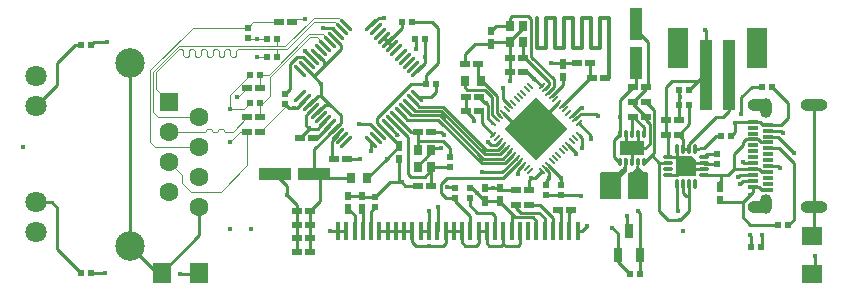
<source format=gtl>
G04 Layer: TopLayer*
G04 EasyEDA v6.5.50, 2025-05-10 16:21:22*
G04 3dcb6b1ac4734954bc49148360d8dee8,b9277fd2045942759ab1a28cc0c323af,10*
G04 Gerber Generator version 0.2*
G04 Scale: 100 percent, Rotated: No, Reflected: No *
G04 Dimensions in inches *
G04 leading zeros omitted , absolute positions ,3 integer and 6 decimal *
%FSLAX36Y36*%
%MOIN*%

%AMMACRO1*21,1,$1,$2,0,0,$3*%
%AMMACRO2*4,1,5,0.0335,-0.0335,-0.0335,-0.0335,-0.0335,0.0335,0.0167,0.0335,0.0335,0.0167,0.0335,-0.0335,0*%
%AMMACRO3*1,1,$1,$2,$3*1,1,$1,$4,$5*20,1,$1,$2,$3,$4,$5,0*%
%ADD10C,0.0100*%
%ADD11C,0.0138*%
%ADD12C,0.0098*%
%ADD13C,0.0049*%
%ADD14MACRO1,0.0213X0.0223X0.0000*%
%ADD15R,0.0213X0.0223*%
%ADD16MACRO1,0.0213X0.0223X-90.0000*%
%ADD17MACRO1,0.0213X0.0311X90.0000*%
%ADD18MACRO1,0.0213X0.0223X90.0000*%
%ADD19O,0.011024X0.033464999999999995*%
%ADD20O,0.033464999999999995X0.011024*%
%ADD21MACRO2*%
%ADD22MACRO1,0.085X0.0644X-90.0000*%
%ADD23R,0.0433X0.1102*%
%ADD24R,0.1102X0.0433*%
%ADD25R,0.0315X0.0340*%
%ADD26R,0.0374X0.0118*%
%ADD27MACRO1,0.0213X0.0311X-90.0000*%
%ADD28R,0.0787X0.0472*%
%ADD29O,0.011024X0.031495999999999996*%
%ADD30R,0.0138X0.0630*%
%ADD31R,0.0276X0.0492*%
%ADD32MACRO1,0.0213X0.0311X0.0000*%
%ADD33R,0.0213X0.0311*%
%ADD34R,0.0315X0.0354*%
%ADD35MACRO1,0.068X0.0585X90.0000*%
%ADD36MACRO1,0.068X0.0585X0.0000*%
%ADD37R,0.0680X0.0585*%
%ADD38R,0.0394X0.2362*%
%ADD39R,0.0709X0.1339*%
%ADD40MACRO3,0.0106X-0.0171X0.0171X0.0171X-0.0171*%
%ADD41MACRO3,0.0106X-0.0171X-0.0171X0.0171X0.0171*%
%ADD42MACRO1,0.0079X0.0262X-45.0000*%
%ADD43MACRO1,0.0262X0.0079X-45.0000*%
%ADD44MACRO1,0.0262X0.0079X-45.0015*%
%ADD45MACRO1,0.0262X0.0079X-44.9985*%
%ADD46MACRO1,0.0079X0.0262X-45.0051*%
%ADD47MACRO1,0.0079X0.0262X-44.9949*%
%ADD48MACRO1,0.1496X0.1496X-45.0000*%
%ADD49R,0.0630X0.0630*%
%ADD50C,0.0630*%
%ADD51C,0.0709*%
%ADD52C,0.0984*%
%ADD53O,0.09055099999999999X0.039369999999999995*%
%ADD54O,0.076772X0.039369999999999995*%
%ADD55O,0.039369999999999995X0.066929*%
%ADD56C,0.0240*%
%ADD57C,0.0177*%
%ADD58C,0.0114*%

%LPD*%
G36*
X2449000Y2325000D02*
G01*
X2447460Y2325300D01*
X2446180Y2326180D01*
X2445300Y2327460D01*
X2445000Y2329000D01*
X2445000Y2411000D01*
X2445300Y2412540D01*
X2446180Y2413820D01*
X2447460Y2414700D01*
X2449000Y2415000D01*
X2454600Y2415000D01*
X2455280Y2415280D01*
X2469720Y2429720D01*
X2470000Y2430400D01*
X2470000Y2432620D01*
X2470400Y2434500D01*
X2470720Y2437840D01*
X2471220Y2439420D01*
X2472340Y2440680D01*
X2473860Y2441360D01*
X2475540Y2441360D01*
X2477060Y2440680D01*
X2478180Y2439420D01*
X2478680Y2437840D01*
X2479000Y2434500D01*
X2479960Y2431200D01*
X2480280Y2429720D01*
X2482380Y2427600D01*
X2483300Y2426460D01*
X2484720Y2425280D01*
X2494720Y2415280D01*
X2495400Y2415000D01*
X2504160Y2415000D01*
X2505680Y2414700D01*
X2506980Y2413820D01*
X2508820Y2411980D01*
X2509700Y2410680D01*
X2510000Y2409160D01*
X2510000Y2329000D01*
X2509700Y2327460D01*
X2508820Y2326180D01*
X2507540Y2325300D01*
X2506000Y2325000D01*
G37*

%LPD*%
G36*
X2354000Y2325000D02*
G01*
X2352460Y2325300D01*
X2351180Y2326180D01*
X2350300Y2327460D01*
X2350000Y2329000D01*
X2350000Y2411000D01*
X2350300Y2412540D01*
X2351180Y2413820D01*
X2352460Y2414700D01*
X2354000Y2415000D01*
X2409600Y2415000D01*
X2410280Y2415280D01*
X2420580Y2425580D01*
X2422000Y2426500D01*
X2424160Y2428060D01*
X2425940Y2430060D01*
X2426880Y2431700D01*
X2427520Y2432520D01*
X2429720Y2434720D01*
X2430000Y2435400D01*
X2430000Y2460080D01*
X2430300Y2461620D01*
X2431180Y2462920D01*
X2432460Y2463780D01*
X2434000Y2464080D01*
X2436000Y2464080D01*
X2437540Y2463780D01*
X2438820Y2462920D01*
X2439700Y2461620D01*
X2440000Y2460080D01*
X2440000Y2421660D01*
X2439700Y2420120D01*
X2438820Y2418820D01*
X2420280Y2400280D01*
X2420000Y2399600D01*
X2420000Y2329000D01*
X2419700Y2327460D01*
X2418820Y2326180D01*
X2417540Y2325300D01*
X2416000Y2325000D01*
G37*

%LPD*%
D10*
X2277201Y2579699D02*
G01*
X2320000Y2536902D01*
X2320000Y2525000D01*
D11*
X2140000Y2930000D02*
G01*
X2140000Y2830000D01*
X2170000Y2830000D01*
X2170000Y2930000D01*
X2200000Y2930000D01*
X2200000Y2830000D01*
X2230000Y2830000D01*
X2230000Y2930000D01*
X2260000Y2930000D01*
X2260000Y2830000D01*
X2290000Y2830000D01*
X2290000Y2930000D01*
X2320000Y2930000D01*
X2320000Y2830000D01*
X2350000Y2830000D01*
X2350000Y2930000D01*
X2380000Y2930000D01*
X2380000Y2730000D01*
X2366499Y2730000D01*
D10*
X1940000Y2345000D02*
G01*
X1965000Y2320000D01*
X1965000Y2318499D01*
X1915000Y2361999D02*
G01*
X1923000Y2361999D01*
X1940000Y2345000D01*
X2445000Y2219369D02*
G01*
X2440000Y2224369D01*
X2440000Y2270000D01*
D12*
X2243779Y2506900D02*
G01*
X2270000Y2480680D01*
X2270000Y2475000D01*
X2909312Y2533969D02*
G01*
X2941030Y2533969D01*
X2995000Y2480000D01*
D10*
X1698100Y2626500D02*
G01*
X1719600Y2605000D01*
X1815000Y2605000D01*
X1960000Y2460000D01*
X2023900Y2460000D01*
X2048500Y2484600D01*
X1726000Y2654299D02*
G01*
X1746700Y2633600D01*
X1826400Y2633600D01*
X1970000Y2490000D01*
X2010000Y2490000D01*
X2026199Y2506900D01*
X1786700Y2432399D02*
G01*
X1786700Y2421700D01*
X1765000Y2400000D01*
X1720000Y2400000D01*
X1710000Y2410000D01*
X1710000Y2531100D01*
X1656400Y2584699D01*
X1768000Y2710000D02*
G01*
X1720000Y2710000D01*
X1605000Y2595000D01*
X1605000Y2580399D01*
X1628500Y2556900D01*
X1600000Y2332040D02*
G01*
X1649979Y2382020D01*
X1687969Y2382020D01*
D12*
X652040Y2080000D02*
G01*
X700000Y2080000D01*
X652040Y2840000D02*
G01*
X662040Y2850000D01*
X705000Y2850000D01*
D13*
X1205000Y2800000D02*
G01*
X1237960Y2800000D01*
X1216459Y2550000D02*
G01*
X1300000Y2633539D01*
X1300000Y2642959D01*
X1115000Y2515000D02*
G01*
X1150000Y2550000D01*
X1173540Y2550000D01*
X1182960Y2645000D02*
G01*
X1162960Y2625000D01*
X1115000Y2625000D01*
X1182960Y2740000D02*
G01*
X1115000Y2672040D01*
X1115000Y2625000D01*
X911499Y2550200D02*
G01*
X1032299Y2550100D01*
X1035600Y2553400D01*
X1035600Y2556700D01*
X1038900Y2559899D01*
X1051999Y2559899D01*
X1055299Y2556599D01*
X1055299Y2553299D01*
X1058599Y2550100D01*
X1071700Y2550000D01*
X1075000Y2553299D01*
X1075000Y2556599D01*
X1078299Y2559899D01*
X1091400Y2559899D01*
X1094600Y2556599D01*
X1094600Y2553299D01*
X1097899Y2550000D01*
X1125000Y2550000D01*
X1173500Y2598499D01*
X1173500Y2600000D01*
X1433639Y2835270D02*
G01*
X1403909Y2865000D01*
X1382070Y2865000D01*
X1250000Y2732930D01*
X1250000Y2670000D01*
X1225000Y2645000D01*
X1217039Y2645000D01*
X1217039Y2740000D02*
G01*
X1245000Y2740000D01*
X1380000Y2875000D01*
X1425000Y2875000D01*
X1447569Y2852429D01*
X1447569Y2849189D01*
X1173540Y2695000D02*
G01*
X1143540Y2665000D01*
X1140000Y2665000D01*
X1216499Y2695000D02*
G01*
X1216999Y2740000D01*
X1216499Y2600000D02*
G01*
X1216999Y2645000D01*
X911454Y2450200D02*
G01*
X955000Y2406655D01*
X955000Y2380000D01*
X985000Y2350000D01*
X1085000Y2350000D01*
X1173540Y2438539D01*
X1173540Y2550000D01*
X1011499Y2500200D02*
G01*
X864799Y2500200D01*
X850000Y2515000D01*
X850000Y2755000D01*
X991999Y2896999D01*
X1175000Y2896999D01*
X1175000Y2897040D02*
G01*
X1192960Y2915000D01*
X1278540Y2915000D01*
X1205000Y2860000D02*
G01*
X1237960Y2860000D01*
X1175000Y2862959D02*
G01*
X1177960Y2860000D01*
X1205000Y2860000D01*
X1321459Y2915000D02*
G01*
X1331459Y2925000D01*
X1365000Y2925000D01*
X1271999Y2800000D02*
G01*
X1272100Y2825000D01*
X1271999Y2860000D02*
G01*
X1272100Y2835000D01*
X911499Y2650200D02*
G01*
X870000Y2691700D01*
X870000Y2747899D01*
X947100Y2825000D01*
X954200Y2825000D01*
X959099Y2820100D01*
X959099Y2804299D01*
X964099Y2799400D01*
X973900Y2799400D01*
X978800Y2804299D01*
X978800Y2820100D01*
X983800Y2825000D01*
X993599Y2825000D01*
X998500Y2820100D01*
X998500Y2804299D01*
X1003400Y2799400D01*
X1013299Y2799400D01*
X1018199Y2804299D01*
X1018199Y2820100D01*
X1023100Y2825000D01*
X1033000Y2825000D01*
X1037899Y2820100D01*
X1037899Y2804299D01*
X1042799Y2799400D01*
X1052700Y2799400D01*
X1057600Y2804299D01*
X1057600Y2820100D01*
X1062500Y2825000D01*
X1072299Y2825000D01*
X1077299Y2820100D01*
X1077299Y2804299D01*
X1082200Y2799400D01*
X1091999Y2799400D01*
X1096899Y2804299D01*
X1096899Y2820100D01*
X1101899Y2825000D01*
X1111700Y2825000D01*
X1116599Y2820100D01*
X1116599Y2804299D01*
X1121499Y2799400D01*
X1131400Y2799400D01*
X1136300Y2804299D01*
X1136300Y2820100D01*
X1141199Y2825000D01*
X1305000Y2825000D01*
X1395000Y2915000D01*
X1465000Y2915000D01*
X1489300Y2890900D01*
X1011499Y2600200D02*
G01*
X875000Y2600000D01*
X860000Y2615000D01*
X860000Y2750000D01*
X945000Y2835000D01*
X1300000Y2835000D01*
X1395000Y2930000D01*
X1480000Y2930000D01*
X1503199Y2906799D01*
X1503199Y2904899D01*
D10*
X1300000Y2643000D02*
G01*
X1313000Y2630000D01*
X1327277Y2630000D01*
X1586801Y2515100D02*
G01*
X1585000Y2515100D01*
X1585000Y2485000D01*
X887299Y2080000D02*
G01*
X1011454Y2204155D01*
X1011454Y2300200D01*
X781535Y2170079D02*
G01*
X871615Y2080000D01*
X887299Y2080000D01*
X781535Y2779920D02*
G01*
X781535Y2170079D01*
X468544Y2635830D02*
G01*
X540000Y2707285D01*
X540000Y2780000D01*
X600000Y2840000D01*
X617959Y2840000D01*
X468544Y2314169D02*
G01*
X520830Y2314169D01*
X540000Y2295000D01*
X540000Y2157959D01*
X617959Y2080000D01*
X1684200Y2612600D02*
G01*
X1706800Y2590000D01*
X1810000Y2590000D01*
X1955000Y2445000D01*
X2031099Y2445000D01*
X2059600Y2473499D01*
X1711999Y2640399D02*
G01*
X1732399Y2620000D01*
X1820000Y2620000D01*
X1965000Y2475000D01*
X2015000Y2475000D01*
X2035799Y2495799D01*
X2037399Y2495799D01*
X1955000Y2415000D02*
G01*
X2023400Y2415000D01*
X2070799Y2462399D01*
X2176970Y2679920D02*
G01*
X2195000Y2697950D01*
X2195000Y2725000D01*
X2120000Y2800000D01*
X2120000Y2925000D01*
X2110000Y2935000D01*
X2055000Y2935000D01*
X2048350Y2928350D01*
X2048350Y2902559D01*
X1739870Y2751750D02*
G01*
X1767039Y2778919D01*
X1767039Y2797566D01*
X2048350Y2847440D02*
G01*
X2048350Y2853350D01*
X2091649Y2896649D01*
X2091649Y2902559D01*
X2208540Y2290000D02*
G01*
X2218999Y2279540D01*
X2218999Y2220000D01*
X2266059Y2590830D02*
G01*
X2285230Y2610000D01*
X2335000Y2610000D01*
X2343110Y2601889D01*
X1555000Y2336460D02*
G01*
X1559420Y2332040D01*
X1600000Y2332040D01*
X1510000Y2336460D02*
G01*
X1555000Y2336460D01*
X1600000Y2297959D02*
G01*
X1586000Y2283960D01*
X1586000Y2220000D01*
X1555000Y2293539D02*
G01*
X1558000Y2290540D01*
X1558000Y2220000D01*
X1510000Y2293539D02*
G01*
X1531000Y2272539D01*
X1531000Y2220000D01*
X1475000Y2220000D02*
G01*
X1450000Y2220000D01*
X1503000Y2220000D02*
G01*
X1475000Y2220000D01*
X1613000Y2220000D02*
G01*
X1723000Y2220000D01*
X1751000Y2220000D02*
G01*
X1778999Y2220000D01*
X2191999Y2220000D02*
G01*
X2191999Y2263000D01*
X2150000Y2305000D01*
X2111499Y2305000D01*
X2251459Y2290000D02*
G01*
X2251459Y2282458D01*
X2247002Y2278000D01*
X2247002Y2220000D01*
X1965000Y2318539D02*
G01*
X2015000Y2318539D01*
X2015000Y2361460D02*
G01*
X2021459Y2355000D01*
X2068540Y2355000D01*
X1990835Y2361460D02*
G01*
X2015000Y2361460D01*
X1965000Y2361460D02*
G01*
X1990835Y2361460D01*
X1915000Y2327959D02*
G01*
X1915000Y2305000D01*
X1940000Y2280000D01*
X1990000Y2280000D01*
X2000000Y2270000D01*
X1998999Y2269000D01*
X1998999Y2220000D01*
X1865000Y2327959D02*
G01*
X1865000Y2320000D01*
X1916000Y2269000D01*
X1916000Y2220000D01*
X2026220Y2613099D02*
G01*
X2079319Y2560000D01*
X2135000Y2560000D01*
X1743299Y2487600D02*
G01*
X1742399Y2550000D01*
X1742443Y2550000D02*
G01*
X1718909Y2550000D01*
X1670270Y2598640D01*
X1628500Y2863099D02*
G01*
X1642399Y2849200D01*
X1642399Y2849200D02*
G01*
X1656400Y2835300D01*
X2323540Y2730000D02*
G01*
X2316459Y2737080D01*
X2316459Y2780000D01*
X1946459Y2620000D02*
G01*
X1955000Y2611460D01*
X1955000Y2578105D01*
X1992808Y2540300D01*
X2188100Y2668778D02*
G01*
X2225000Y2705679D01*
X2225000Y2733539D01*
X1642430Y2849189D02*
G01*
X1687960Y2894720D01*
X1687960Y2915000D01*
X1381459Y2150000D02*
G01*
X1381459Y2195000D01*
X1381459Y2195000D01*
X1381459Y2195000D02*
G01*
X1381459Y2240000D01*
X1381459Y2240000D01*
X1381459Y2240000D02*
G01*
X1381459Y2285000D01*
X1381459Y2285000D01*
X1381459Y2285000D02*
G01*
X1413940Y2317480D01*
X1413940Y2400000D01*
X1413940Y2400000D02*
G01*
X1418940Y2395000D01*
X1517449Y2395000D01*
X1413900Y2400000D02*
G01*
X1405379Y2400000D01*
X1395379Y2410000D01*
X1395379Y2490779D01*
X1461499Y2556898D01*
X1463540Y2460000D02*
G01*
X1455000Y2468539D01*
X1455000Y2520000D01*
X1475410Y2540410D01*
X1475410Y2542970D01*
X1391459Y2530000D02*
G01*
X1406760Y2530000D01*
X1447569Y2570810D01*
X1405799Y2612600D02*
G01*
X1433199Y2640000D01*
X1450000Y2640000D01*
X1485000Y2605000D01*
X1485000Y2580000D01*
X1461499Y2556900D01*
X1377969Y2640410D02*
G01*
X1407560Y2670000D01*
X1420000Y2670000D01*
X1450000Y2640000D01*
X1420000Y2710000D02*
G01*
X1420000Y2670000D01*
X1364048Y2765680D02*
G01*
X1419728Y2710000D01*
X1420000Y2710000D01*
X1430000Y2770000D02*
G01*
X1485000Y2825000D01*
X1485000Y2840000D01*
X1461499Y2863099D01*
X1363999Y2765700D02*
G01*
X1395000Y2735000D01*
X1430000Y2770000D01*
X1430000Y2785000D01*
X1407600Y2807399D01*
X1405799Y2807399D01*
X1786700Y2432399D02*
G01*
X1850000Y2433000D01*
X2221508Y2635381D02*
G01*
X2316127Y2730000D01*
X2323540Y2730000D01*
X1338540Y2285000D02*
G01*
X1338540Y2240000D01*
X1338540Y2240000D01*
X1338540Y2240000D02*
G01*
X1338540Y2195000D01*
X1338540Y2195000D01*
X1338540Y2195000D02*
G01*
X1338540Y2150000D01*
X1338540Y2150000D01*
X1306059Y2337480D02*
G01*
X1306059Y2368560D01*
X1264620Y2410000D01*
X1338540Y2285000D02*
G01*
X1338540Y2305000D01*
X1306059Y2337480D01*
X1377969Y2779589D02*
G01*
X1357560Y2800000D01*
X1340000Y2800000D01*
X1315389Y2775390D01*
X1315389Y2692429D01*
X1300000Y2677040D01*
X2180000Y2395000D02*
G01*
X2180000Y2395000D01*
X2170000Y2385000D01*
X2170000Y2372040D01*
X2165829Y2428939D02*
G01*
X2180000Y2414769D01*
X2180000Y2395000D01*
X2220000Y2397049D02*
G01*
X2220000Y2397049D01*
X2220000Y2372040D01*
X2176970Y2440079D02*
G01*
X2220000Y2397049D01*
X1786499Y2370000D02*
G01*
X1786700Y2432399D01*
X1628521Y2556889D02*
G01*
X1680000Y2505410D01*
X1680000Y2501460D01*
X2091700Y2847399D02*
G01*
X2091499Y2795000D01*
X2130423Y2726477D02*
G01*
X2154700Y2702199D01*
X2091499Y2795000D02*
G01*
X2100000Y2795000D01*
X2180000Y2715000D01*
X2180000Y2705000D01*
X2165799Y2690999D01*
X2225000Y2776460D02*
G01*
X2228540Y2780000D01*
X2273540Y2780000D01*
X2225000Y2776460D02*
G01*
X2221459Y2780000D01*
X2185000Y2780000D01*
X1475410Y2877029D02*
G01*
X1457439Y2895000D01*
X1425000Y2895000D01*
X1391890Y2793521D02*
G01*
X1365410Y2820000D01*
X1365000Y2820000D01*
X1327277Y2630000D02*
G01*
X1340000Y2630000D01*
X1363999Y2654299D01*
X1742802Y2522145D02*
G01*
X1744948Y2520000D01*
X1825000Y2520000D01*
X1850000Y2495000D01*
X1850000Y2467040D01*
X1743350Y2432440D02*
G01*
X1743350Y2438350D01*
X1765000Y2460000D01*
X1765000Y2460000D02*
G01*
X1786649Y2481649D01*
X1786649Y2487559D01*
X1687974Y2382024D02*
G01*
X1700000Y2370000D01*
X1743540Y2370000D01*
X1680000Y2458539D02*
G01*
X1680000Y2390000D01*
X1687974Y2382024D01*
X1642430Y2570810D02*
G01*
X1673239Y2540000D01*
X1675000Y2540000D01*
X1786649Y2487561D02*
G01*
X1794089Y2495000D01*
X1820000Y2495000D01*
X1786499Y2550000D02*
G01*
X1820000Y2550000D01*
X1830000Y2540000D01*
X1903540Y2620000D02*
G01*
X1903540Y2665000D01*
X1903540Y2620000D02*
G01*
X1930000Y2593539D01*
X1930000Y2585000D01*
X1348500Y2530000D02*
G01*
X1378500Y2560000D01*
X1408900Y2560000D01*
X1433599Y2584699D01*
X1391890Y2626480D02*
G01*
X1370000Y2604589D01*
X1370000Y2570000D01*
X1378500Y2561500D01*
X1378500Y2560000D01*
X1586760Y2904870D02*
G01*
X1611890Y2930000D01*
X1630000Y2930000D01*
X1732960Y2860000D02*
G01*
X1735000Y2857959D01*
X1735000Y2825000D01*
X2048540Y2750000D02*
G01*
X2048540Y2795000D01*
X2048500Y2795000D02*
G01*
X2048299Y2847399D01*
X2048540Y2750000D02*
G01*
X2050000Y2748539D01*
X2050000Y2720000D01*
X3055000Y2077300D02*
G01*
X3065000Y2087300D01*
X3065000Y2135000D01*
X1638765Y2460227D02*
G01*
X1573537Y2395000D01*
X1572560Y2395000D01*
X1680000Y2501460D02*
G01*
X1638765Y2460225D01*
X1506459Y2460000D02*
G01*
X1550000Y2460000D01*
X1739870Y2668240D02*
G01*
X1743109Y2665000D01*
X1785000Y2665000D01*
X1802039Y2682040D01*
X1802039Y2710000D01*
X1614589Y2542970D02*
G01*
X1582560Y2575000D01*
X1545000Y2575000D01*
X2254921Y2601970D02*
G01*
X2282951Y2630000D01*
X2290000Y2630000D01*
X2210379Y2646509D02*
G01*
X2151700Y2587829D01*
X2135000Y2587829D01*
X2048491Y2635381D02*
G01*
X2025000Y2658872D01*
X2025000Y2695000D01*
X1012700Y2080000D02*
G01*
X1007700Y2075000D01*
X950000Y2075000D01*
X1833999Y2220000D02*
G01*
X1888999Y2220000D01*
X1943999Y2220000D02*
G01*
X1971000Y2220000D01*
X2275000Y2220000D02*
G01*
X2290000Y2220000D01*
X2305000Y2235000D01*
X1778999Y2220000D02*
G01*
X1780000Y2221001D01*
X1780000Y2285000D01*
X2081899Y2451199D02*
G01*
X2025699Y2395000D01*
X1840000Y2395000D01*
X1820000Y2375000D01*
X1820000Y2345000D01*
X1836999Y2328000D01*
X1865000Y2328000D01*
X1806000Y2220000D02*
G01*
X1810000Y2220000D01*
X1810000Y2300000D01*
X1865000Y2362040D02*
G01*
X1862040Y2365000D01*
X1840000Y2365000D01*
X1780000Y2170000D02*
G01*
X1734997Y2170000D01*
X1722997Y2181999D01*
X1722997Y2220000D01*
X2277201Y2540300D02*
G01*
X2290000Y2527501D01*
X2290000Y2495000D01*
X2093029Y2440079D02*
G01*
X2075000Y2422049D01*
X2075000Y2410000D01*
X1767039Y2797566D02*
G01*
X1767039Y2860000D01*
X2482399Y2140599D02*
G01*
X2481999Y2075000D01*
X2447960Y2075000D02*
G01*
X2407600Y2115360D01*
X2407600Y2140630D01*
X2170000Y2337959D02*
G01*
X2220000Y2337959D01*
X1722039Y2915000D02*
G01*
X1790000Y2915000D01*
X1810000Y2895000D01*
X1810000Y2780000D01*
X1767960Y2737959D01*
X1767960Y2710000D01*
X2015097Y2518000D02*
G01*
X2002100Y2505000D01*
X1985000Y2505000D01*
X1975000Y2515000D01*
X2390000Y2230000D02*
G01*
X2407597Y2212402D01*
X2407597Y2140630D01*
X2091499Y2750000D02*
G01*
X2106899Y2750000D01*
X2130423Y2726477D01*
X1985000Y2886460D02*
G01*
X2001100Y2902561D01*
X2048350Y2902561D01*
X1985000Y2843539D02*
G01*
X1988899Y2847438D01*
X2048350Y2847438D01*
X2220000Y2337959D02*
G01*
X2282040Y2337959D01*
X2285000Y2335000D01*
X1897444Y2720000D02*
G01*
X1897444Y2697555D01*
X1905000Y2690000D01*
X1965000Y2690000D01*
X1990000Y2665000D01*
X1990000Y2604780D01*
X2003950Y2590830D01*
X1952555Y2720000D02*
G01*
X1955000Y2720000D01*
X2005000Y2670000D01*
X2005000Y2612049D01*
X2015079Y2601970D01*
X1952555Y2720000D02*
G01*
X1941459Y2731095D01*
X1941459Y2775000D01*
X1946459Y2665000D02*
G01*
X1966459Y2645000D01*
X1970000Y2645000D01*
X1970000Y2645000D02*
G01*
X1975000Y2640000D01*
X1975000Y2595000D01*
X1990299Y2579699D01*
X1992799Y2579699D01*
X1985000Y2843539D02*
G01*
X1933540Y2843539D01*
X1898540Y2808539D01*
X1898540Y2775000D01*
D12*
X2820000Y2610000D02*
G01*
X2820000Y2665000D01*
X2855000Y2700000D01*
X2887959Y2700000D01*
X2415600Y2542199D02*
G01*
X2415000Y2600000D01*
X2415600Y2447800D02*
G01*
X2412200Y2447800D01*
X2395000Y2465000D01*
X2395000Y2521599D01*
X2415600Y2542199D01*
X2458540Y2600000D02*
G01*
X2455000Y2596460D01*
X2455000Y2542199D01*
X2494399Y2542199D02*
G01*
X2494399Y2564140D01*
X2458540Y2600000D01*
X2501459Y2600000D02*
G01*
X2458540Y2642919D01*
X2458540Y2650000D01*
X2458540Y2650000D02*
G01*
X2501459Y2692919D01*
X2501459Y2700000D01*
X2455000Y2447800D02*
G01*
X2455000Y2495000D01*
X2435299Y2542199D02*
G01*
X2435299Y2514699D01*
X2455000Y2495000D01*
X2474700Y2542199D02*
G01*
X2474700Y2514699D01*
X2455000Y2495000D01*
X2415000Y2600000D02*
G01*
X2415000Y2656500D01*
X2458500Y2700000D01*
X2475000Y2495000D02*
G01*
X2500000Y2495000D01*
X2515000Y2510000D01*
X2515000Y2575000D01*
X2501459Y2588539D01*
X2501459Y2600000D01*
D10*
X2163999Y2220000D02*
G01*
X2163999Y2260999D01*
X2145000Y2280000D01*
X2085000Y2280000D01*
X2068500Y2296500D01*
X2068500Y2305000D01*
X2055000Y2275000D02*
G01*
X2065000Y2265000D01*
X2125000Y2265000D01*
X2136999Y2253000D01*
X2136999Y2220000D01*
X2015000Y2318539D02*
G01*
X2015000Y2315000D01*
X2055000Y2275000D01*
X2053999Y2274000D01*
X2053999Y2220000D01*
D12*
X2909309Y2435549D02*
G01*
X2944449Y2435549D01*
X2950000Y2430000D01*
X2858130Y2445390D02*
G01*
X2829610Y2445390D01*
X2825000Y2450000D01*
X2858130Y2583189D02*
G01*
X2881809Y2583189D01*
X2891660Y2573339D01*
X2909309Y2573339D01*
X2858130Y2366649D02*
G01*
X2878350Y2366649D01*
X2888190Y2356810D01*
X2909309Y2356810D01*
X2850000Y2340000D02*
G01*
X2858130Y2348130D01*
X2858130Y2366649D01*
X2800000Y2580000D02*
G01*
X2803190Y2583191D01*
X2858130Y2583191D01*
X3055000Y2202700D02*
G01*
X3061869Y2209569D01*
X3061869Y2299920D01*
X3061869Y2299920D02*
G01*
X3061869Y2640079D01*
X2815000Y2375000D02*
G01*
X2826340Y2386340D01*
X2858130Y2386340D01*
X2810000Y2400000D02*
G01*
X2816019Y2406019D01*
X2858130Y2406019D01*
X2909309Y2553660D02*
G01*
X2951340Y2553660D01*
X2960000Y2545000D01*
X2909309Y2573339D02*
G01*
X2953339Y2573339D01*
X2975000Y2595000D01*
X2975000Y2647040D01*
X2922039Y2700000D01*
X2700551Y2739470D02*
G01*
X2700551Y2889448D01*
X2700000Y2890000D01*
X2458540Y2700000D02*
G01*
X2470000Y2711460D01*
X2470000Y2779625D01*
X2501459Y2700000D02*
G01*
X2510000Y2708539D01*
X2510000Y2850000D01*
X2470000Y2890000D01*
X2470000Y2910374D01*
X2111459Y2355000D02*
G01*
X2111459Y2386460D01*
X2120000Y2395000D01*
X2120000Y2395000D02*
G01*
X2131890Y2395000D01*
X2154700Y2417809D01*
X2612960Y2690000D02*
G01*
X2612960Y2667040D01*
X2615000Y2665000D01*
X2615000Y2665000D02*
G01*
X2612960Y2662959D01*
X2612960Y2640000D01*
X2647002Y2690000D02*
G01*
X2696472Y2739470D01*
X2700550Y2739470D01*
X2611459Y2590000D02*
G01*
X2612959Y2591498D01*
X2612959Y2640000D01*
X2568540Y2590000D02*
G01*
X2568540Y2698539D01*
X2590000Y2720000D01*
X2673559Y2720000D01*
X2530000Y2480000D02*
G01*
X2530000Y2480000D01*
X2497799Y2447800D01*
X2494399Y2447800D01*
X2501499Y2650000D02*
G01*
X2530000Y2621500D01*
X2530000Y2480000D01*
X2976999Y2240000D02*
G01*
X2995000Y2255000D01*
X2995000Y2444200D01*
X2944600Y2494600D01*
X2909300Y2494600D01*
D10*
X2482399Y2140630D02*
G01*
X2482399Y2277600D01*
X2475000Y2285000D01*
D12*
X2850000Y2340000D02*
G01*
X2825000Y2315000D01*
X2825000Y2265000D01*
X2850000Y2240000D01*
X2942959Y2240000D01*
D10*
X1833999Y2220000D02*
G01*
X1833999Y2178998D01*
X1825000Y2170000D01*
X1780000Y2170000D01*
X1943999Y2220000D02*
G01*
X1943999Y2179000D01*
X1935000Y2170000D01*
X1900000Y2170000D01*
X1888999Y2180999D01*
X1888999Y2220000D01*
X2026999Y2220000D02*
G01*
X2026999Y2176999D01*
X2020000Y2170000D01*
X1980000Y2170000D01*
X1971000Y2179000D01*
X1971000Y2220000D01*
X2026999Y2176999D02*
G01*
X2033999Y2170000D01*
X2075000Y2170000D01*
X2081999Y2176999D01*
X2081999Y2220000D01*
D12*
X2787039Y2535000D02*
G01*
X2800000Y2547959D01*
X2800000Y2580000D01*
X2694054Y2464524D02*
G01*
X2706570Y2477040D01*
X2740000Y2477040D01*
X2694054Y2444834D02*
G01*
X2695929Y2442959D01*
X2740000Y2442959D01*
X2635005Y2434994D02*
G01*
X2644844Y2444834D01*
X2694054Y2444834D01*
X2635005Y2434994D02*
G01*
X2644844Y2425154D01*
X2694054Y2425154D01*
X2575945Y2405464D02*
G01*
X2605474Y2405464D01*
X2635005Y2434994D01*
X2575945Y2464524D02*
G01*
X2605474Y2464524D01*
X2635005Y2434994D01*
X2605474Y2494054D02*
G01*
X2605474Y2464524D01*
X2635005Y2434994D01*
X2858130Y2425700D02*
G01*
X2879300Y2425700D01*
X2889139Y2415859D01*
X2909309Y2415859D01*
X2858130Y2524130D02*
G01*
X2875870Y2524130D01*
X2885709Y2514290D01*
X2909309Y2514290D01*
X2795699Y2425700D02*
G01*
X2795699Y2475700D01*
X2825000Y2505000D01*
X2825000Y2515000D01*
X2834129Y2524130D01*
X2858130Y2524130D01*
X2664499Y2494099D02*
G01*
X2695000Y2495000D01*
X2735000Y2535000D01*
X2753000Y2535000D01*
X2568540Y2590000D02*
G01*
X2568540Y2540000D01*
X2568540Y2540000D01*
X2568540Y2540000D02*
G01*
X2575946Y2532593D01*
X2575946Y2464524D01*
X2625165Y2494054D02*
G01*
X2625165Y2526293D01*
X2611459Y2540000D01*
X2625164Y2494054D02*
G01*
X2644844Y2494054D01*
X2611459Y2540000D02*
G01*
X2647040Y2575581D01*
X2647040Y2640000D01*
X2644844Y2494054D02*
G01*
X2644844Y2509845D01*
X2735000Y2600000D01*
X2760000Y2600000D01*
X2779290Y2619290D01*
X2779290Y2739470D01*
X2575945Y2444834D02*
G01*
X2547057Y2444834D01*
X2520946Y2470945D01*
X2610000Y2285000D02*
G01*
X2605474Y2289524D01*
X2605474Y2375945D01*
X2615000Y2255000D02*
G01*
X2615000Y2255000D01*
X2644844Y2284845D01*
X2644844Y2375945D01*
X2547057Y2444834D02*
G01*
X2545000Y2442777D01*
X2545000Y2285000D01*
X2575000Y2255000D01*
X2615000Y2255000D01*
X2625200Y2375900D02*
G01*
X2625000Y2345000D01*
X2635100Y2334899D01*
X2644799Y2334899D01*
X2850000Y2205000D02*
G01*
X2852960Y2202040D01*
X2852960Y2165000D01*
X2887039Y2165000D02*
G01*
X2890000Y2167959D01*
X2890000Y2205000D01*
X2750000Y2366500D02*
G01*
X2750600Y2405500D01*
X2750000Y2323539D02*
G01*
X2758540Y2315000D01*
X2825000Y2315000D01*
X2694054Y2405464D02*
G01*
X2775465Y2405464D01*
X2795699Y2425700D01*
X2858130Y2425700D01*
D14*
G01*
X2740000Y2442959D03*
D15*
G01*
X2740000Y2477040D03*
D16*
G01*
X2852959Y2165000D03*
G01*
X2887040Y2165000D03*
D17*
G01*
X2611459Y2540000D03*
G01*
X2568540Y2540000D03*
D18*
G01*
X2787040Y2535000D03*
G01*
X2752959Y2535000D03*
D19*
G01*
X2664539Y2494050D03*
G01*
X2644849Y2494050D03*
G01*
X2625169Y2494050D03*
G01*
X2605479Y2494050D03*
D20*
G01*
X2575950Y2464520D03*
G01*
X2575950Y2444830D03*
G01*
X2575950Y2425149D03*
G01*
X2575950Y2405459D03*
D19*
G01*
X2605479Y2375940D03*
G01*
X2625169Y2375940D03*
G01*
X2644849Y2375940D03*
G01*
X2664539Y2375940D03*
D20*
G01*
X2694059Y2405459D03*
G01*
X2694059Y2425149D03*
G01*
X2694059Y2444830D03*
G01*
X2694059Y2464520D03*
D21*
G01*
X2635005Y2434995D03*
D22*
G01*
X2384040Y2370000D03*
G01*
X2475969Y2370000D03*
D23*
G01*
X2470000Y2779620D03*
G01*
X2470000Y2910380D03*
D24*
G01*
X1395379Y2410000D03*
G01*
X1264620Y2410000D03*
D25*
G01*
X1572579Y2394989D03*
G01*
X1517470Y2394989D03*
G01*
X1897470Y2720000D03*
G01*
X1952579Y2720000D03*
D14*
G01*
X1915000Y2327959D03*
D15*
G01*
X1915000Y2362040D03*
D14*
G01*
X1865000Y2327959D03*
D15*
G01*
X1865000Y2362040D03*
D14*
G01*
X1600000Y2297959D03*
D15*
G01*
X1600000Y2332040D03*
D18*
G01*
X2482040Y2075000D03*
G01*
X2447959Y2075000D03*
G01*
X652040Y2080000D03*
G01*
X617959Y2080000D03*
G01*
X652040Y2840000D03*
G01*
X617959Y2840000D03*
G01*
X1722040Y2915000D03*
G01*
X1687959Y2915000D03*
D16*
G01*
X1767959Y2710000D03*
G01*
X1802040Y2710000D03*
D14*
G01*
X1850000Y2467040D03*
D15*
G01*
X1850000Y2432959D03*
D14*
G01*
X1300000Y2677040D03*
D15*
G01*
X1300000Y2642959D03*
D18*
G01*
X1272040Y2800000D03*
G01*
X1237959Y2800000D03*
G01*
X1272040Y2860000D03*
G01*
X1237959Y2860000D03*
D16*
G01*
X1182959Y2740000D03*
G01*
X1217040Y2740000D03*
G01*
X1182959Y2645000D03*
G01*
X1217040Y2645000D03*
D14*
G01*
X2170000Y2337959D03*
D15*
G01*
X2170000Y2372040D03*
D18*
G01*
X1767040Y2860000D03*
G01*
X1732959Y2860000D03*
G01*
X2647040Y2640000D03*
G01*
X2612959Y2640000D03*
D16*
G01*
X2612959Y2690000D03*
G01*
X2647040Y2690000D03*
D18*
G01*
X2977040Y2240000D03*
G01*
X2942959Y2240000D03*
G01*
X2922040Y2700000D03*
G01*
X2887959Y2700000D03*
D14*
G01*
X2220000Y2337959D03*
D15*
G01*
X2220000Y2372040D03*
D14*
G01*
X1175000Y2897040D03*
D15*
G01*
X1175000Y2862959D03*
D26*
G01*
X2858130Y2366649D03*
G01*
X2858130Y2386329D03*
G01*
X2858130Y2406019D03*
G01*
X2858130Y2425700D03*
G01*
X2858130Y2445390D03*
G01*
X2858130Y2465070D03*
G01*
X2858130Y2484760D03*
G01*
X2858130Y2504439D03*
G01*
X2858130Y2524130D03*
G01*
X2858130Y2543809D03*
G01*
X2858130Y2563499D03*
G01*
X2858130Y2583180D03*
G01*
X2909309Y2573339D03*
G01*
X2909309Y2553660D03*
G01*
X2909309Y2533969D03*
G01*
X2909309Y2514290D03*
G01*
X2909309Y2494600D03*
G01*
X2909309Y2474920D03*
G01*
X2909309Y2455230D03*
G01*
X2909309Y2435549D03*
G01*
X2909309Y2415859D03*
G01*
X2909309Y2396179D03*
G01*
X2909309Y2376489D03*
G01*
X2909309Y2356810D03*
D27*
G01*
X2458540Y2600000D03*
G01*
X2501459Y2600000D03*
D28*
G01*
X2455000Y2495000D03*
D29*
G01*
X2415600Y2542199D03*
G01*
X2435299Y2542199D03*
G01*
X2455000Y2542199D03*
G01*
X2474700Y2542199D03*
G01*
X2494399Y2542199D03*
G01*
X2494399Y2447800D03*
G01*
X2474700Y2447800D03*
G01*
X2455000Y2447800D03*
G01*
X2435299Y2447800D03*
G01*
X2415600Y2447800D03*
D17*
G01*
X2611459Y2590000D03*
G01*
X2568540Y2590000D03*
G01*
X2366459Y2730000D03*
G01*
X2323540Y2730000D03*
D30*
G01*
X2275000Y2220000D03*
G01*
X2246999Y2220000D03*
G01*
X2218999Y2220000D03*
G01*
X2191999Y2220000D03*
G01*
X2163999Y2220000D03*
G01*
X2136999Y2220000D03*
G01*
X2108999Y2220000D03*
G01*
X2081999Y2220000D03*
G01*
X2053999Y2220000D03*
G01*
X2026999Y2220000D03*
G01*
X1998999Y2220000D03*
G01*
X1971000Y2220000D03*
G01*
X1943999Y2220000D03*
G01*
X1916000Y2220000D03*
G01*
X1888999Y2220000D03*
G01*
X1861000Y2220000D03*
G01*
X1833999Y2220000D03*
G01*
X1806000Y2220000D03*
G01*
X1778999Y2220000D03*
G01*
X1751000Y2220000D03*
G01*
X1723000Y2220000D03*
G01*
X1696000Y2220000D03*
G01*
X1668000Y2220000D03*
G01*
X1641000Y2220000D03*
G01*
X1613000Y2220000D03*
G01*
X1586000Y2220000D03*
G01*
X1558000Y2220000D03*
G01*
X1531000Y2220000D03*
G01*
X1503000Y2220000D03*
G01*
X1475000Y2220000D03*
D31*
G01*
X2407600Y2140630D03*
G01*
X2482399Y2140630D03*
G01*
X2445000Y2219369D03*
D32*
G01*
X1985000Y2843541D03*
D33*
G01*
X1985000Y2886460D03*
D27*
G01*
X2048540Y2795000D03*
G01*
X2091459Y2795000D03*
D17*
G01*
X2251459Y2290000D03*
G01*
X2208540Y2290000D03*
D27*
G01*
X2068540Y2305000D03*
G01*
X2111459Y2305000D03*
D32*
G01*
X2015000Y2318541D03*
D33*
G01*
X2015000Y2361460D03*
D32*
G01*
X1965000Y2318541D03*
D33*
G01*
X1965000Y2361460D03*
D32*
G01*
X1555000Y2293541D03*
D33*
G01*
X1555000Y2336460D03*
D32*
G01*
X1510000Y2293541D03*
D33*
G01*
X1510000Y2336460D03*
D32*
G01*
X1680000Y2501459D03*
D33*
G01*
X1680000Y2458539D03*
D27*
G01*
X1348540Y2530000D03*
G01*
X1391459Y2530000D03*
D17*
G01*
X1506459Y2460000D03*
G01*
X1463540Y2460000D03*
G01*
X1786459Y2370000D03*
G01*
X1743540Y2370000D03*
D27*
G01*
X1743540Y2550000D03*
G01*
X1786459Y2550000D03*
G01*
X1338540Y2285000D03*
G01*
X1381459Y2285000D03*
G01*
X1338540Y2240000D03*
G01*
X1381459Y2240000D03*
G01*
X1338540Y2195000D03*
G01*
X1381459Y2195000D03*
G01*
X1338540Y2150000D03*
G01*
X1381459Y2150000D03*
G01*
X1173540Y2600000D03*
G01*
X1216459Y2600000D03*
G01*
X1173540Y2695000D03*
G01*
X1216459Y2695000D03*
G01*
X1173540Y2550000D03*
G01*
X1216459Y2550000D03*
D17*
G01*
X2111459Y2355000D03*
G01*
X2068540Y2355000D03*
D27*
G01*
X2048540Y2750000D03*
G01*
X2091459Y2750000D03*
D17*
G01*
X1946459Y2620000D03*
G01*
X1903540Y2620000D03*
G01*
X1946459Y2665000D03*
G01*
X1903540Y2665000D03*
G01*
X1941459Y2775000D03*
G01*
X1898540Y2775000D03*
G01*
X2316459Y2780000D03*
G01*
X2273540Y2780000D03*
D32*
G01*
X2225000Y2776459D03*
D33*
G01*
X2225000Y2733539D03*
D32*
G01*
X2750000Y2366459D03*
D33*
G01*
X2750000Y2323539D03*
D17*
G01*
X2501459Y2650000D03*
G01*
X2458540Y2650000D03*
D27*
G01*
X2458540Y2700000D03*
G01*
X2501459Y2700000D03*
G01*
X1278540Y2915000D03*
G01*
X1321459Y2915000D03*
D34*
G01*
X2048350Y2847440D03*
G01*
X2091649Y2847440D03*
G01*
X2091649Y2902559D03*
G01*
X2048350Y2902559D03*
D35*
G01*
X1012696Y2080000D03*
G01*
X887303Y2080000D03*
D36*
G01*
X3055000Y2077302D03*
D37*
G01*
X3055000Y2202700D03*
D38*
G01*
X2779290Y2739470D03*
G01*
X2700550Y2739470D03*
D39*
G01*
X2871890Y2830529D03*
G01*
X2608109Y2830529D03*
D40*
G01*
X1503240Y2904869D03*
G01*
X1489320Y2890950D03*
G01*
X1475410Y2877029D03*
G01*
X1461480Y2863109D03*
G01*
X1447570Y2849190D03*
G01*
X1433640Y2835269D03*
G01*
X1419729Y2821350D03*
G01*
X1405810Y2807430D03*
G01*
X1391889Y2793520D03*
G01*
X1377970Y2779590D03*
G01*
X1364050Y2765680D03*
G01*
X1350129Y2751749D03*
D41*
G01*
X1350129Y2668239D03*
G01*
X1364050Y2654320D03*
G01*
X1377970Y2640409D03*
G01*
X1391889Y2626479D03*
G01*
X1405810Y2612569D03*
G01*
X1419729Y2598640D03*
G01*
X1433640Y2584730D03*
G01*
X1447570Y2570809D03*
G01*
X1461480Y2556890D03*
G01*
X1475410Y2542970D03*
G01*
X1489320Y2529049D03*
G01*
X1503240Y2515130D03*
D40*
G01*
X1586759Y2515130D03*
G01*
X1600679Y2529049D03*
G01*
X1614589Y2542970D03*
G01*
X1628519Y2556890D03*
G01*
X1642429Y2570809D03*
G01*
X1656359Y2584730D03*
G01*
X1670270Y2598640D03*
G01*
X1684189Y2612569D03*
G01*
X1698110Y2626479D03*
G01*
X1712029Y2640409D03*
G01*
X1725949Y2654320D03*
G01*
X1739870Y2668239D03*
D41*
G01*
X1739870Y2751749D03*
G01*
X1725949Y2765680D03*
G01*
X1712029Y2779590D03*
G01*
X1698110Y2793520D03*
G01*
X1684189Y2807430D03*
G01*
X1670270Y2821350D03*
G01*
X1656359Y2835269D03*
G01*
X1642429Y2849190D03*
G01*
X1628519Y2863109D03*
G01*
X1614589Y2877029D03*
G01*
X1600679Y2890950D03*
G01*
X1586759Y2904869D03*
D42*
G01*
X1992814Y2540299D03*
G01*
X2003944Y2529170D03*
G01*
X2015081Y2518033D03*
G01*
X2026218Y2506895D03*
G01*
X2037355Y2495759D03*
G01*
X2048492Y2484622D03*
G01*
X2059622Y2473491D03*
G01*
X2070758Y2462355D03*
G01*
X2081895Y2451218D03*
G01*
X2093032Y2440081D03*
G01*
X2104169Y2428944D03*
G01*
X2115299Y2417814D03*
D43*
G01*
X2154700Y2417814D03*
D44*
G01*
X2165830Y2428944D03*
G01*
X2176967Y2440081D03*
G01*
X2188104Y2451218D03*
G01*
X2199241Y2462355D03*
D45*
G01*
X2210377Y2473491D03*
G01*
X2221507Y2484622D03*
D43*
G01*
X2232644Y2495759D03*
G01*
X2243781Y2506895D03*
G01*
X2254918Y2518033D03*
G01*
X2266055Y2529170D03*
G01*
X2277185Y2540299D03*
D42*
G01*
X2277184Y2579699D03*
G01*
X2266054Y2590829D03*
G01*
X2254917Y2601966D03*
G01*
X2243780Y2613103D03*
D46*
G01*
X2232644Y2624240D03*
D42*
G01*
X2221507Y2635377D03*
G01*
X2210377Y2646506D03*
D47*
G01*
X2199240Y2657644D03*
D42*
G01*
X2188103Y2668781D03*
G01*
X2176966Y2679918D03*
G01*
X2165829Y2691054D03*
G01*
X2154699Y2702184D03*
D43*
G01*
X2115300Y2702184D03*
G01*
X2104170Y2691054D03*
G01*
X2093033Y2679918D03*
G01*
X2081896Y2668781D03*
D45*
G01*
X2070759Y2657644D03*
G01*
X2059622Y2646506D03*
G01*
X2048492Y2635377D03*
D43*
G01*
X2037355Y2624240D03*
D44*
G01*
X2026219Y2613103D03*
G01*
X2015082Y2601966D03*
G01*
X2003945Y2590829D03*
D43*
G01*
X1992815Y2579699D03*
D48*
G01*
X2135000Y2560000D03*
D34*
G01*
X1786649Y2487559D03*
G01*
X1743350Y2487559D03*
G01*
X1743350Y2432440D03*
G01*
X1786649Y2432440D03*
D49*
G01*
X911459Y2650149D03*
D50*
G01*
X1011450Y2600149D03*
G01*
X911450Y2550149D03*
G01*
X1011450Y2500149D03*
G01*
X911450Y2450149D03*
G01*
X1011450Y2400149D03*
G01*
X911450Y2350149D03*
G01*
X1011450Y2300149D03*
D51*
G01*
X468550Y2735779D03*
G01*
X468550Y2635779D03*
G01*
X468550Y2314119D03*
G01*
X468550Y2214119D03*
D52*
G01*
X781540Y2779870D03*
G01*
X781540Y2170030D03*
D53*
G01*
X3061869Y2640079D03*
G01*
X3061869Y2299920D03*
D54*
G01*
X2880000Y2640000D03*
D55*
G01*
X2902200Y2629299D03*
D54*
G01*
X2880000Y2300000D03*
D55*
G01*
X2902200Y2309299D03*
D56*
G01*
X2135000Y2587829D03*
G01*
X2162839Y2559989D03*
G01*
X2107160Y2559989D03*
G01*
X2135000Y2532150D03*
D57*
G01*
X2890000Y2205000D03*
G01*
X2180000Y2395000D03*
G01*
X2220000Y2397049D03*
G01*
X2185000Y2780000D03*
G01*
X1425000Y2895000D03*
G01*
X1365000Y2820000D03*
G01*
X1327280Y2630000D03*
G01*
X1673239Y2540000D03*
G01*
X1820000Y2495000D03*
G01*
X1830000Y2540000D03*
G01*
X1930000Y2585000D03*
G01*
X1306059Y2337480D03*
G01*
X1420000Y2710000D03*
G01*
X1378500Y2561500D03*
G01*
X1630000Y2930000D03*
G01*
X1735000Y2825000D03*
G01*
X2050000Y2720000D03*
G01*
X2850000Y2340000D03*
G01*
X3065000Y2135000D03*
G01*
X1638770Y2460230D03*
G01*
X1550000Y2460000D03*
G01*
X425000Y2500000D03*
G01*
X1687969Y2382020D03*
G01*
X1585000Y2485000D03*
G01*
X1545000Y2575000D03*
G01*
X2290000Y2630000D03*
G01*
X2025000Y2695000D03*
G01*
X2130420Y2726480D03*
G01*
X950000Y2075000D03*
G01*
X1955000Y2415000D03*
G01*
X1185000Y2225000D03*
G01*
X1450000Y2220000D03*
G01*
X2475000Y2285000D03*
G01*
X1115000Y2225000D03*
G01*
X2305000Y2235000D03*
G01*
X1780000Y2285000D03*
G01*
X1810000Y2300000D03*
G01*
X2415000Y2600000D03*
G01*
X1840000Y2365000D03*
G01*
X1990839Y2361460D03*
G01*
X2075000Y2410000D03*
G01*
X1767039Y2797570D03*
G01*
X1940000Y2345000D03*
G01*
X2440000Y2270000D03*
G01*
X1975000Y2515000D03*
G01*
X2390000Y2230000D03*
G01*
X1780000Y2170000D03*
G01*
X2285000Y2335000D03*
G01*
X1970000Y2645000D03*
G01*
X2820000Y2610000D03*
G01*
X1365000Y2925000D03*
G01*
X1205000Y2860000D03*
G01*
X1140000Y2665000D03*
G01*
X1115000Y2625000D03*
G01*
X1115000Y2515000D03*
G01*
X1205000Y2800000D03*
G01*
X705000Y2850000D03*
G01*
X700000Y2080000D03*
G01*
X2475000Y2495000D03*
G01*
X2435000Y2495000D03*
G01*
X2950000Y2430000D03*
G01*
X2825000Y2450000D03*
G01*
X2800000Y2580000D03*
G01*
X2810000Y2400000D03*
G01*
X2815000Y2375000D03*
G01*
X2960000Y2545000D03*
G01*
X2343109Y2601889D03*
G01*
X2320000Y2525000D03*
G01*
X2290000Y2495000D03*
G01*
X2700000Y2890000D03*
G01*
X2995000Y2480000D03*
G01*
X2270000Y2475000D03*
G01*
X2120000Y2395000D03*
G01*
X2615000Y2665000D03*
G01*
X2625000Y2220000D03*
G01*
X2610000Y2285000D03*
G01*
X2850000Y2205000D03*
G01*
X2615000Y2255000D03*
M02*

</source>
